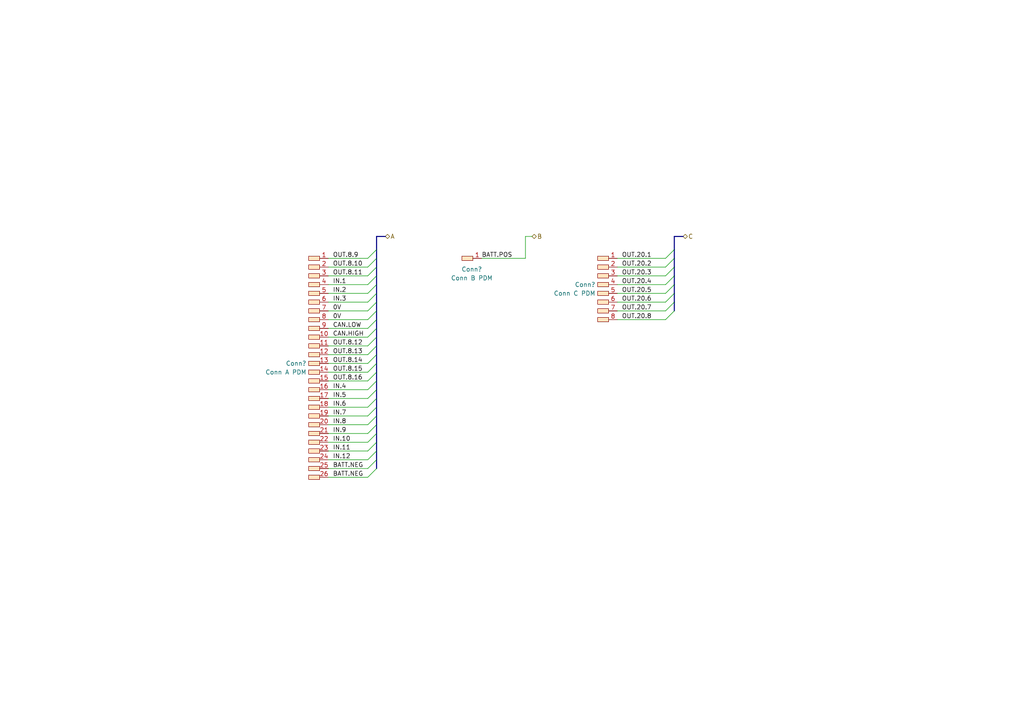
<source format=kicad_sch>
(kicad_sch (version 20231120) (generator "eeschema") (generator_version "8.0")
  (paper "A4")
  (title_block (title "DEVICE - PDM"))
  (lib_symbols
    (symbol "Connectors_SUFST:Conn A PDM"
      (property "Reference" "Conn" (at 0 -1.905 0))
      (property "Value" "Conn A PDM" (at 0 0 0))
      (symbol "Conn A PDM_0_1"
        (polyline (pts (xy -0.635 -65.405) (xy 1.905 -65.405)))
        (polyline (pts (xy -0.635 -60.325) (xy 1.905 -60.325)))
        (polyline (pts (xy -0.635 -55.245) (xy 1.905 -55.245)))
        (polyline (pts (xy -0.635 -50.165) (xy 1.905 -50.165)))
        (polyline (pts (xy -0.635 -45.085) (xy 1.905 -45.085)))
        (polyline (pts (xy -0.635 -40.005) (xy 1.905 -40.005)))
        (polyline (pts (xy -0.635 -34.925) (xy 1.905 -34.925)))
        (polyline (pts (xy -0.635 -29.845) (xy 1.905 -29.845)))
        (polyline (pts (xy -0.635 -24.765) (xy 1.905 -24.765)))
        (polyline (pts (xy -0.635 -19.685) (xy 1.905 -19.685)))
        (polyline (pts (xy -0.635 -14.605) (xy 1.905 -14.605)))
        (polyline (pts (xy -0.635 -9.525) (xy 1.905 -9.525)))
        (polyline (pts (xy -0.635 -4.445) (xy 1.905 -4.445)))
      )
      (symbol "Conn A PDM_1_1"
        (rectangle (start -3.81 -67.31) (end -0.635 -68.58) (fill (type color) (color 255 229 191 1)))
        (rectangle (start -3.81 -64.77) (end -0.635 -66.04) (fill (type color) (color 255 229 191 1)))
        (rectangle (start -3.81 -62.23) (end -0.635 -63.5) (fill (type color) (color 255 229 191 1)))
        (rectangle (start -3.81 -59.69) (end -0.635 -60.96) (fill (type color) (color 255 229 191 1)))
        (rectangle (start -3.81 -57.15) (end -0.635 -58.42) (fill (type color) (color 255 229 191 1)))
        (rectangle (start -3.81 -54.61) (end -0.635 -55.88) (fill (type color) (color 255 229 191 1)))
        (rectangle (start -3.81 -52.07) (end -0.635 -53.34) (fill (type color) (color 255 229 191 1)))
        (rectangle (start -3.81 -49.53) (end -0.635 -50.8) (fill (type color) (color 255 229 191 1)))
        (rectangle (start -3.81 -46.99) (end -0.635 -48.26) (fill (type color) (color 255 229 191 1)))
        (rectangle (start -3.81 -44.45) (end -0.635 -45.72) (fill (type color) (color 255 229 191 1)))
        (rectangle (start -3.81 -41.91) (end -0.635 -43.18) (fill (type color) (color 255 229 191 1)))
        (rectangle (start -3.81 -39.37) (end -0.635 -40.64) (fill (type color) (color 255 229 191 1)))
        (rectangle (start -3.81 -36.83) (end -0.635 -38.1) (fill (type color) (color 255 229 191 1)))
        (rectangle (start -3.81 -34.29) (end -0.635 -35.56) (fill (type color) (color 255 229 191 1)))
        (rectangle (start -3.81 -31.75) (end -0.635 -33.02) (fill (type color) (color 255 229 191 1)))
        (rectangle (start -3.81 -29.21) (end -0.635 -30.48) (fill (type color) (color 255 229 191 1)))
        (rectangle (start -3.81 -26.67) (end -0.635 -27.94) (fill (type color) (color 255 229 191 1)))
        (rectangle (start -3.81 -24.13) (end -0.635 -25.4) (fill (type color) (color 255 229 191 1)))
        (rectangle (start -3.81 -21.59) (end -0.635 -22.86) (fill (type color) (color 255 229 191 1)))
        (rectangle (start -3.81 -19.05) (end -0.635 -20.32) (fill (type color) (color 255 229 191 1)))
        (rectangle (start -3.81 -16.51) (end -0.635 -17.78) (fill (type color) (color 255 229 191 1)))
        (rectangle (start -3.81 -13.97) (end -0.635 -15.24) (fill (type color) (color 255 229 191 1)))
        (rectangle (start -3.81 -11.43) (end -0.635 -12.7) (fill (type color) (color 255 229 191 1)))
        (rectangle (start -3.81 -8.89) (end -0.635 -10.16) (fill (type color) (color 255 229 191 1)))
        (rectangle (start -3.81 -6.35) (end -0.635 -7.62) (fill (type color) (color 255 229 191 1)))
        (rectangle (start -3.81 -3.81) (end -0.635 -5.08) (fill (type color) (color 255 229 191 1)))
        (pin input line (at 1.905 -4.445 180) (length 2.54) (name "") (number "1"))
        (pin input line (at 1.905 -27.305 180) (length 2.54) (name "") (number "10"))
        (pin input line (at 1.905 -29.845 180) (length 2.54) (name "") (number "11"))
        (pin input line (at 1.905 -32.385 180) (length 2.54) (name "") (number "12"))
        (pin input line (at 1.905 -34.925 180) (length 2.54) (name "") (number "13"))
        (pin input line (at 1.905 -37.465 180) (length 2.54) (name "") (number "14"))
        (pin input line (at 1.905 -40.005 180) (length 2.54) (name "") (number "15"))
        (pin input line (at 1.905 -42.545 180) (length 2.54) (name "") (number "16"))
        (pin input line (at 1.905 -45.085 180) (length 2.54) (name "") (number "17"))
        (pin input line (at 1.905 -47.625 180) (length 2.54) (name "") (number "18"))
        (pin input line (at 1.905 -50.165 180) (length 2.54) (name "") (number "19"))
        (pin input line (at 1.905 -6.985 180) (length 2.54) (name "") (number "2"))
        (pin input line (at 1.905 -52.705 180) (length 2.54) (name "") (number "20"))
        (pin input line (at 1.905 -55.245 180) (length 2.54) (name "") (number "21"))
        (pin input line (at 1.905 -57.785 180) (length 2.54) (name "") (number "22"))
        (pin input line (at 1.905 -60.325 180) (length 2.54) (name "") (number "23"))
        (pin input line (at 1.905 -62.865 180) (length 2.54) (name "") (number "24"))
        (pin input line (at 1.905 -65.405 180) (length 2.54) (name "") (number "25"))
        (pin input line (at 1.905 -67.945 180) (length 2.54) (name "") (number "26"))
        (pin input line (at 1.905 -9.525 180) (length 2.54) (name "") (number "3"))
        (pin input line (at 1.905 -12.065 180) (length 2.54) (name "") (number "4"))
        (pin input line (at 1.905 -14.605 180) (length 2.54) (name "") (number "5"))
        (pin input line (at 1.905 -17.145 180) (length 2.54) (name "") (number "6"))
        (pin input line (at 1.905 -19.685 180) (length 2.54) (name "") (number "7"))
        (pin input line (at 1.905 -22.225 180) (length 2.54) (name "") (number "8"))
        (pin input line (at 1.905 -24.765 180) (length 2.54) (name "") (number "9"))
      )
    )
    (symbol "Connectors_SUFST:Conn B PDM"
      (property "Reference" "Conn" (at 0 -1.905 0))
      (property "Value" "Conn B PDM" (at 0 0 0))
      (symbol "Conn B PDM_0_1"
        (polyline (pts (xy -0.635 -4.445) (xy 1.905 -4.445)))
      )
      (symbol "Conn B PDM_1_1"
        (rectangle (start -3.81 -3.81) (end -0.635 -5.08) (fill (type color) (color 255 229 191 1)))
        (pin input line (at 1.905 -4.445 180) (length 2.54) (name "") (number "1"))
      )
    )
    (symbol "Connectors_SUFST:Conn C PDM"
      (property "Reference" "Conn" (at 0 -1.905 0))
      (property "Value" "Conn C PDM" (at 0 0 0))
      (symbol "Conn C PDM_0_1"
        (polyline (pts (xy -0.635 -19.685) (xy 1.905 -19.685)))
        (polyline (pts (xy -0.635 -14.605) (xy 1.905 -14.605)))
        (polyline (pts (xy -0.635 -9.525) (xy 1.905 -9.525)))
        (polyline (pts (xy -0.635 -4.445) (xy 1.905 -4.445)))
      )
      (symbol "Conn C PDM_1_1"
        (rectangle (start -3.81 -21.59) (end -0.635 -22.86) (fill (type color) (color 255 229 191 1)))
        (rectangle (start -3.81 -19.05) (end -0.635 -20.32) (fill (type color) (color 255 229 191 1)))
        (rectangle (start -3.81 -16.51) (end -0.635 -17.78) (fill (type color) (color 255 229 191 1)))
        (rectangle (start -3.81 -13.97) (end -0.635 -15.24) (fill (type color) (color 255 229 191 1)))
        (rectangle (start -3.81 -11.43) (end -0.635 -12.7) (fill (type color) (color 255 229 191 1)))
        (rectangle (start -3.81 -8.89) (end -0.635 -10.16) (fill (type color) (color 255 229 191 1)))
        (rectangle (start -3.81 -6.35) (end -0.635 -7.62) (fill (type color) (color 255 229 191 1)))
        (rectangle (start -3.81 -3.81) (end -0.635 -5.08) (fill (type color) (color 255 229 191 1)))
        (pin input line (at 1.905 -4.445 180) (length 2.54) (name "") (number "1"))
        (pin input line (at 1.905 -6.985 180) (length 2.54) (name "") (number "2"))
        (pin input line (at 1.905 -9.525 180) (length 2.54) (name "") (number "3"))
        (pin input line (at 1.905 -12.065 180) (length 2.54) (name "") (number "4"))
        (pin input line (at 1.905 -14.605 180) (length 2.54) (name "") (number "5"))
        (pin input line (at 1.905 -17.145 180) (length 2.54) (name "") (number "6"))
        (pin input line (at 1.905 -19.685 180) (length 2.54) (name "") (number "7"))
        (pin input line (at 1.905 -22.225 180) (length 2.54) (name "") (number "8"))
      )
    )
  )
  (bus_entry (at 193.04 92.71) (size 2.54 -2.54))
  (bus_entry (at 106.68 105.41) (size 2.54 -2.54))
  (bus_entry (at 106.68 138.43) (size 2.54 -2.54))
  (bus_entry (at 106.68 95.25) (size 2.54 -2.54))
  (bus_entry (at 106.68 120.65) (size 2.54 -2.54))
  (bus_entry (at 106.68 128.27) (size 2.54 -2.54))
  (bus_entry (at 193.04 82.55) (size 2.54 -2.54))
  (bus_entry (at 106.68 115.57) (size 2.54 -2.54))
  (bus_entry (at 193.04 85.09) (size 2.54 -2.54))
  (bus_entry (at 106.68 102.87) (size 2.54 -2.54))
  (bus_entry (at 106.68 87.63) (size 2.54 -2.54))
  (bus_entry (at 106.68 92.71) (size 2.54 -2.54))
  (bus_entry (at 193.04 77.47) (size 2.54 -2.54))
  (bus_entry (at 106.68 74.93) (size 2.54 -2.54))
  (bus_entry (at 106.68 123.19) (size 2.54 -2.54))
  (bus_entry (at 193.04 90.17) (size 2.54 -2.54))
  (bus_entry (at 106.68 118.11) (size 2.54 -2.54))
  (bus_entry (at 106.68 100.33) (size 2.54 -2.54))
  (bus_entry (at 106.68 130.81) (size 2.54 -2.54))
  (bus_entry (at 106.68 110.49) (size 2.54 -2.54))
  (bus_entry (at 106.68 90.17) (size 2.54 -2.54))
  (bus_entry (at 106.68 133.35) (size 2.54 -2.54))
  (bus_entry (at 193.04 87.63) (size 2.54 -2.54))
  (bus_entry (at 193.04 74.93) (size 2.54 -2.54))
  (bus_entry (at 106.68 113.03) (size 2.54 -2.54))
  (bus_entry (at 106.68 77.47) (size 2.54 -2.54))
  (bus_entry (at 106.68 85.09) (size 2.54 -2.54))
  (bus_entry (at 106.68 107.95) (size 2.54 -2.54))
  (bus_entry (at 106.68 82.55) (size 2.54 -2.54))
  (bus_entry (at 106.68 135.89) (size 2.54 -2.54))
  (bus_entry (at 106.68 97.79) (size 2.54 -2.54))
  (bus_entry (at 106.68 80.01) (size 2.54 -2.54))
  (bus_entry (at 106.68 125.73) (size 2.54 -2.54))
  (bus_entry (at 193.04 80.01) (size 2.54 -2.54))
  (wire (pts (xy 95.25 115.57) (xy 106.68 115.57)))
  (wire (pts (xy 179.07 80.01) (xy 193.04 80.01)))
  (wire (pts (xy 95.25 135.89) (xy 106.68 135.89)))
  (wire (pts (xy 95.25 120.65) (xy 106.68 120.65)))
  (bus (pts (xy 109.22 113.03) (xy 109.22 115.57)))
  (bus (pts (xy 109.22 77.47) (xy 109.22 80.01)))
  (bus (pts (xy 195.58 68.58) (xy 195.58 72.39)))
  (bus (pts (xy 195.58 82.55) (xy 195.58 85.09)))
  (wire (pts (xy 95.25 138.43) (xy 106.68 138.43)))
  (wire (pts (xy 95.25 110.49) (xy 106.68 110.49)))
  (bus (pts (xy 109.22 92.71) (xy 109.22 95.25)))
  (bus (pts (xy 109.22 105.41) (xy 109.22 107.95)))
  (wire (pts (xy 95.25 74.93) (xy 106.68 74.93)))
  (bus (pts (xy 195.58 74.93) (xy 195.58 77.47)))
  (wire (pts (xy 95.25 85.09) (xy 106.68 85.09)))
  (bus (pts (xy 109.22 133.35) (xy 109.22 135.89)))
  (bus (pts (xy 109.22 87.63) (xy 109.22 90.17)))
  (wire (pts (xy 95.25 123.19) (xy 106.68 123.19)))
  (bus (pts (xy 195.58 68.58) (xy 198.12 68.58)))
  (wire (pts (xy 95.25 105.41) (xy 106.68 105.41)))
  (bus (pts (xy 109.22 97.79) (xy 109.22 100.33)))
  (bus (pts (xy 109.22 128.27) (xy 109.22 130.81)))
  (wire (pts (xy 95.25 87.63) (xy 106.68 87.63)))
  (wire (pts (xy 179.07 82.55) (xy 193.04 82.55)))
  (wire (pts (xy 152.4 74.93) (xy 152.4 68.58)))
  (bus (pts (xy 109.22 90.17) (xy 109.22 92.71)))
  (wire (pts (xy 139.7 74.93) (xy 152.4 74.93)))
  (bus (pts (xy 109.22 118.11) (xy 109.22 120.65)))
  (wire (pts (xy 179.07 92.71) (xy 193.04 92.71)))
  (wire (pts (xy 95.25 128.27) (xy 106.68 128.27)))
  (bus (pts (xy 109.22 95.25) (xy 109.22 97.79)))
  (bus (pts (xy 109.22 80.01) (xy 109.22 82.55)))
  (bus (pts (xy 109.22 68.58) (xy 109.22 72.39)))
  (bus (pts (xy 195.58 80.01) (xy 195.58 82.55)))
  (bus (pts (xy 109.22 74.93) (xy 109.22 77.47)))
  (bus (pts (xy 109.22 100.33) (xy 109.22 102.87)))
  (wire (pts (xy 179.07 74.93) (xy 193.04 74.93)))
  (bus (pts (xy 109.22 125.73) (xy 109.22 128.27)))
  (bus (pts (xy 109.22 72.39) (xy 109.22 74.93)))
  (bus (pts (xy 109.22 85.09) (xy 109.22 87.63)))
  (wire (pts (xy 95.25 113.03) (xy 106.68 113.03)))
  (wire (pts (xy 179.07 90.17) (xy 193.04 90.17)))
  (bus (pts (xy 109.22 68.58) (xy 111.76 68.58)))
  (wire (pts (xy 95.25 95.25) (xy 106.68 95.25)))
  (wire (pts (xy 95.25 80.01) (xy 106.68 80.01)))
  (wire (pts (xy 179.07 87.63) (xy 193.04 87.63)))
  (bus (pts (xy 109.22 115.57) (xy 109.22 118.11)))
  (wire (pts (xy 95.25 102.87) (xy 106.68 102.87)))
  (bus (pts (xy 109.22 120.65) (xy 109.22 123.19)))
  (bus (pts (xy 195.58 87.63) (xy 195.58 90.17)))
  (bus (pts (xy 195.58 77.47) (xy 195.58 80.01)))
  (wire (pts (xy 95.25 77.47) (xy 106.68 77.47)))
  (bus (pts (xy 195.58 72.39) (xy 195.58 74.93)))
  (bus (pts (xy 109.22 107.95) (xy 109.22 110.49)))
  (wire (pts (xy 95.25 92.71) (xy 106.68 92.71)))
  (wire (pts (xy 95.25 125.73) (xy 106.68 125.73)))
  (wire (pts (xy 95.25 118.11) (xy 106.68 118.11)))
  (wire (pts (xy 152.4 68.58) (xy 154.305 68.58)))
  (bus (pts (xy 109.22 82.55) (xy 109.22 85.09)))
  (wire (pts (xy 95.25 133.35) (xy 106.68 133.35)))
  (bus (pts (xy 109.22 123.19) (xy 109.22 125.73)))
  (wire (pts (xy 95.25 107.95) (xy 106.68 107.95)))
  (wire (pts (xy 179.07 77.47) (xy 193.04 77.47)))
  (bus (pts (xy 109.22 130.81) (xy 109.22 133.35)))
  (bus (pts (xy 195.58 85.09) (xy 195.58 87.63)))
  (wire (pts (xy 95.25 100.33) (xy 106.68 100.33)))
  (bus (pts (xy 109.22 102.87) (xy 109.22 105.41)))
  (wire (pts (xy 95.25 97.79) (xy 106.68 97.79)))
  (wire (pts (xy 95.25 130.81) (xy 106.68 130.81)))
  (bus (pts (xy 109.22 110.49) (xy 109.22 113.03)))
  (wire (pts (xy 95.25 82.55) (xy 106.68 82.55)))
  (wire (pts (xy 179.07 85.09) (xy 193.04 85.09)))
  (wire (pts (xy 95.25 90.17) (xy 106.68 90.17)))
  (label "BATT.POS" (at 139.7 74.93 0))
  (label "BATT.NEG" (at 96.52 138.43 0))
  (label "0V" (at 96.52 90.17 0))
  (label "OUT.20.3" (at 180.34 80.01 0))
  (label "IN.6" (at 96.52 118.11 0))
  (label "CAN.LOW" (at 96.52 95.25 0))
  (label "OUT.20.6" (at 180.34 87.63 0))
  (label "IN.7" (at 96.52 120.65 0))
  (label "OUT.8.11" (at 96.52 80.01 0))
  (label "IN.11" (at 96.52 130.81 0))
  (label "CAN.HIGH" (at 96.52 97.79 0))
  (label "OUT.8.9" (at 96.52 74.93 0))
  (label "IN.1" (at 96.52 82.55 0))
  (label "BATT.NEG" (at 96.52 135.89 0))
  (label "IN.3" (at 96.52 87.63 0))
  (label "OUT.20.1" (at 180.34 74.93 0))
  (label "IN.12" (at 96.52 133.35 0))
  (label "OUT.8.12" (at 96.52 100.33 0))
  (label "IN.9" (at 96.52 125.73 0))
  (label "OUT.20.7" (at 180.34 90.17 0))
  (label "0V" (at 96.52 92.71 0))
  (label "OUT.20.5" (at 180.34 85.09 0))
  (label "OUT.20.2" (at 180.34 77.47 0))
  (label "OUT.20.8" (at 180.34 92.71 0))
  (label "OUT.8.16" (at 96.52 110.49 0))
  (label "OUT.8.14" (at 96.52 105.41 0))
  (label "IN.2" (at 96.52 85.09 0))
  (label "IN.10" (at 96.52 128.27 0))
  (label "OUT.8.13" (at 96.52 102.87 0))
  (label "OUT.20.4" (at 180.34 82.55 0))
  (label "OUT.8.10" (at 96.52 77.47 0))
  (label "OUT.8.15" (at 96.52 107.95 0))
  (label "IN.4" (at 96.52 113.03 0))
  (label "IN.8" (at 96.52 123.19 0))
  (label "IN.5" (at 96.52 115.57 0))
  (hierarchical_label "C" (shape bidirectional) (at 198.12 68.58 0))
  (hierarchical_label "B" (shape bidirectional) (at 154.305 68.58 0))
  (hierarchical_label "A" (shape bidirectional) (at 111.76 68.58 0))
  (symbol (lib_id "Connectors_SUFST:Conn B PDM") (at 137.795 70.485 0) (unit 1)
    (property "Reference" "Conn?" (at 136.8425 78.105 0))
    (property "Value" "Conn B PDM" (at 136.8425 80.645 0))
  )
  (symbol (lib_id "Connectors_SUFST:Conn A PDM") (at 93.345 70.485 0) (unit 1)
    (property "Reference" "Conn?" (at 88.9 105.41 0) (effects (justify right)))
    (property "Value" "Conn A PDM" (at 88.9 107.95 0) (effects (justify right)))
  )
  (symbol (lib_id "Connectors_SUFST:Conn C PDM") (at 177.165 70.485 0) (unit 1)
    (property "Reference" "Conn?" (at 172.72 82.55 0) (effects (justify right)))
    (property "Value" "Conn C PDM" (at 172.72 85.09 0) (effects (justify right)))
  )
)
</source>
